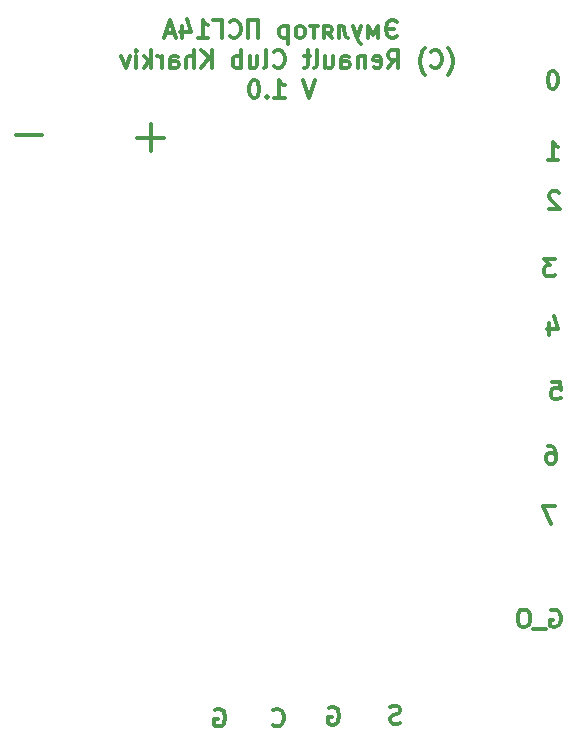
<source format=gbo>
G04 #@! TF.GenerationSoftware,KiCad,Pcbnew,(5.0.0)*
G04 #@! TF.CreationDate,2018-10-17T22:36:33+03:00*
G04 #@! TF.ProjectId,psg14_emu,70736731345F656D752E6B696361645F,rev?*
G04 #@! TF.SameCoordinates,Original*
G04 #@! TF.FileFunction,Legend,Bot*
G04 #@! TF.FilePolarity,Positive*
%FSLAX46Y46*%
G04 Gerber Fmt 4.6, Leading zero omitted, Abs format (unit mm)*
G04 Created by KiCad (PCBNEW (5.0.0)) date 10/17/18 22:36:33*
%MOMM*%
%LPD*%
G01*
G04 APERTURE LIST*
%ADD10C,0.300000*%
G04 APERTURE END LIST*
D10*
X95328571Y-88657142D02*
X95114285Y-88728571D01*
X94757142Y-88728571D01*
X94614285Y-88657142D01*
X94542857Y-88585714D01*
X94471428Y-88442857D01*
X94471428Y-88300000D01*
X94542857Y-88157142D01*
X94614285Y-88085714D01*
X94757142Y-88014285D01*
X95042857Y-87942857D01*
X95185714Y-87871428D01*
X95257142Y-87800000D01*
X95328571Y-87657142D01*
X95328571Y-87514285D01*
X95257142Y-87371428D01*
X95185714Y-87300000D01*
X95042857Y-87228571D01*
X94685714Y-87228571D01*
X94471428Y-87300000D01*
X84535714Y-88835714D02*
X84607142Y-88907142D01*
X84821428Y-88978571D01*
X84964285Y-88978571D01*
X85178571Y-88907142D01*
X85321428Y-88764285D01*
X85392857Y-88621428D01*
X85464285Y-88335714D01*
X85464285Y-88121428D01*
X85392857Y-87835714D01*
X85321428Y-87692857D01*
X85178571Y-87550000D01*
X84964285Y-87478571D01*
X84821428Y-87478571D01*
X84607142Y-87550000D01*
X84535714Y-87621428D01*
X89307142Y-87400000D02*
X89450000Y-87328571D01*
X89664285Y-87328571D01*
X89878571Y-87400000D01*
X90021428Y-87542857D01*
X90092857Y-87685714D01*
X90164285Y-87971428D01*
X90164285Y-88185714D01*
X90092857Y-88471428D01*
X90021428Y-88614285D01*
X89878571Y-88757142D01*
X89664285Y-88828571D01*
X89521428Y-88828571D01*
X89307142Y-88757142D01*
X89235714Y-88685714D01*
X89235714Y-88185714D01*
X89521428Y-88185714D01*
X79657142Y-87550000D02*
X79800000Y-87478571D01*
X80014285Y-87478571D01*
X80228571Y-87550000D01*
X80371428Y-87692857D01*
X80442857Y-87835714D01*
X80514285Y-88121428D01*
X80514285Y-88335714D01*
X80442857Y-88621428D01*
X80371428Y-88764285D01*
X80228571Y-88907142D01*
X80014285Y-88978571D01*
X79871428Y-88978571D01*
X79657142Y-88907142D01*
X79585714Y-88835714D01*
X79585714Y-88335714D01*
X79871428Y-88335714D01*
X108064285Y-79150000D02*
X108207142Y-79078571D01*
X108421428Y-79078571D01*
X108635714Y-79150000D01*
X108778571Y-79292857D01*
X108850000Y-79435714D01*
X108921428Y-79721428D01*
X108921428Y-79935714D01*
X108850000Y-80221428D01*
X108778571Y-80364285D01*
X108635714Y-80507142D01*
X108421428Y-80578571D01*
X108278571Y-80578571D01*
X108064285Y-80507142D01*
X107992857Y-80435714D01*
X107992857Y-79935714D01*
X108278571Y-79935714D01*
X107707142Y-80721428D02*
X106564285Y-80721428D01*
X105921428Y-79078571D02*
X105635714Y-79078571D01*
X105492857Y-79150000D01*
X105350000Y-79292857D01*
X105278571Y-79578571D01*
X105278571Y-80078571D01*
X105350000Y-80364285D01*
X105492857Y-80507142D01*
X105635714Y-80578571D01*
X105921428Y-80578571D01*
X106064285Y-80507142D01*
X106207142Y-80364285D01*
X106278571Y-80078571D01*
X106278571Y-79578571D01*
X106207142Y-79292857D01*
X106064285Y-79150000D01*
X105921428Y-79078571D01*
X108450000Y-70328571D02*
X107450000Y-70328571D01*
X108092857Y-71828571D01*
X107814285Y-65228571D02*
X108100000Y-65228571D01*
X108242857Y-65300000D01*
X108314285Y-65371428D01*
X108457142Y-65585714D01*
X108528571Y-65871428D01*
X108528571Y-66442857D01*
X108457142Y-66585714D01*
X108385714Y-66657142D01*
X108242857Y-66728571D01*
X107957142Y-66728571D01*
X107814285Y-66657142D01*
X107742857Y-66585714D01*
X107671428Y-66442857D01*
X107671428Y-66085714D01*
X107742857Y-65942857D01*
X107814285Y-65871428D01*
X107957142Y-65800000D01*
X108242857Y-65800000D01*
X108385714Y-65871428D01*
X108457142Y-65942857D01*
X108528571Y-66085714D01*
X108142857Y-59778571D02*
X108857142Y-59778571D01*
X108928571Y-60492857D01*
X108857142Y-60421428D01*
X108714285Y-60350000D01*
X108357142Y-60350000D01*
X108214285Y-60421428D01*
X108142857Y-60492857D01*
X108071428Y-60635714D01*
X108071428Y-60992857D01*
X108142857Y-61135714D01*
X108214285Y-61207142D01*
X108357142Y-61278571D01*
X108714285Y-61278571D01*
X108857142Y-61207142D01*
X108928571Y-61135714D01*
X107964285Y-54828571D02*
X107964285Y-55828571D01*
X108321428Y-54257142D02*
X108678571Y-55328571D01*
X107750000Y-55328571D01*
X108450000Y-49378571D02*
X107521428Y-49378571D01*
X108021428Y-49950000D01*
X107807142Y-49950000D01*
X107664285Y-50021428D01*
X107592857Y-50092857D01*
X107521428Y-50235714D01*
X107521428Y-50592857D01*
X107592857Y-50735714D01*
X107664285Y-50807142D01*
X107807142Y-50878571D01*
X108235714Y-50878571D01*
X108378571Y-50807142D01*
X108450000Y-50735714D01*
X108778571Y-43821428D02*
X108707142Y-43750000D01*
X108564285Y-43678571D01*
X108207142Y-43678571D01*
X108064285Y-43750000D01*
X107992857Y-43821428D01*
X107921428Y-43964285D01*
X107921428Y-44107142D01*
X107992857Y-44321428D01*
X108850000Y-45178571D01*
X107921428Y-45178571D01*
X107821428Y-40978571D02*
X108678571Y-40978571D01*
X108250000Y-40978571D02*
X108250000Y-39478571D01*
X108392857Y-39692857D01*
X108535714Y-39835714D01*
X108678571Y-39907142D01*
X108321428Y-33478571D02*
X108178571Y-33478571D01*
X108035714Y-33550000D01*
X107964285Y-33621428D01*
X107892857Y-33764285D01*
X107821428Y-34050000D01*
X107821428Y-34407142D01*
X107892857Y-34692857D01*
X107964285Y-34835714D01*
X108035714Y-34907142D01*
X108178571Y-34978571D01*
X108321428Y-34978571D01*
X108464285Y-34907142D01*
X108535714Y-34835714D01*
X108607142Y-34692857D01*
X108678571Y-34407142D01*
X108678571Y-34050000D01*
X108607142Y-33764285D01*
X108535714Y-33621428D01*
X108464285Y-33550000D01*
X108321428Y-33478571D01*
X75342857Y-39114285D02*
X73057142Y-39114285D01*
X74200000Y-40257142D02*
X74200000Y-37971428D01*
X65042857Y-38864285D02*
X62757142Y-38864285D01*
X94107142Y-29964285D02*
X94821428Y-29964285D01*
X95035714Y-29321428D02*
X94964285Y-29250000D01*
X94750000Y-29178571D01*
X94607142Y-29178571D01*
X94392857Y-29250000D01*
X94250000Y-29392857D01*
X94178571Y-29535714D01*
X94107142Y-29821428D01*
X94107142Y-30035714D01*
X94178571Y-30321428D01*
X94250000Y-30464285D01*
X94392857Y-30607142D01*
X94607142Y-30678571D01*
X94750000Y-30678571D01*
X94964285Y-30607142D01*
X95035714Y-30535714D01*
X93464285Y-30678571D02*
X93464285Y-29678571D01*
X93035714Y-30464285D01*
X92607142Y-29678571D01*
X92607142Y-30678571D01*
X92035714Y-29678571D02*
X91678571Y-30678571D01*
X91321428Y-29678571D02*
X91678571Y-30678571D01*
X91821428Y-31035714D01*
X91892857Y-31107142D01*
X92035714Y-31178571D01*
X90178571Y-30678571D02*
X90178571Y-29678571D01*
X90392857Y-29678571D01*
X90535714Y-29750000D01*
X90607142Y-29892857D01*
X90678571Y-30464285D01*
X90750000Y-30607142D01*
X90892857Y-30678571D01*
X89178571Y-30250000D02*
X89535714Y-30678571D01*
X88892857Y-30678571D02*
X88892857Y-29678571D01*
X89321428Y-29678571D01*
X89464285Y-29750000D01*
X89535714Y-29892857D01*
X89535714Y-30035714D01*
X89464285Y-30178571D01*
X89321428Y-30250000D01*
X88892857Y-30250000D01*
X88392857Y-29678571D02*
X87678571Y-29678571D01*
X88035714Y-29678571D02*
X88035714Y-30678571D01*
X86964285Y-30678571D02*
X87107142Y-30607142D01*
X87178571Y-30535714D01*
X87250000Y-30392857D01*
X87250000Y-29964285D01*
X87178571Y-29821428D01*
X87107142Y-29750000D01*
X86964285Y-29678571D01*
X86750000Y-29678571D01*
X86607142Y-29750000D01*
X86535714Y-29821428D01*
X86464285Y-29964285D01*
X86464285Y-30392857D01*
X86535714Y-30535714D01*
X86607142Y-30607142D01*
X86750000Y-30678571D01*
X86964285Y-30678571D01*
X85821428Y-29678571D02*
X85821428Y-31178571D01*
X85821428Y-29750000D02*
X85678571Y-29678571D01*
X85392857Y-29678571D01*
X85250000Y-29750000D01*
X85178571Y-29821428D01*
X85107142Y-29964285D01*
X85107142Y-30392857D01*
X85178571Y-30535714D01*
X85250000Y-30607142D01*
X85392857Y-30678571D01*
X85678571Y-30678571D01*
X85821428Y-30607142D01*
X83321428Y-30678571D02*
X83321428Y-29178571D01*
X82464285Y-29178571D01*
X82464285Y-30678571D01*
X80892857Y-30535714D02*
X80964285Y-30607142D01*
X81178571Y-30678571D01*
X81321428Y-30678571D01*
X81535714Y-30607142D01*
X81678571Y-30464285D01*
X81750000Y-30321428D01*
X81821428Y-30035714D01*
X81821428Y-29821428D01*
X81750000Y-29535714D01*
X81678571Y-29392857D01*
X81535714Y-29250000D01*
X81321428Y-29178571D01*
X81178571Y-29178571D01*
X80964285Y-29250000D01*
X80892857Y-29321428D01*
X80250000Y-30678571D02*
X80250000Y-29178571D01*
X79464285Y-29178571D01*
X78178571Y-30678571D02*
X79035714Y-30678571D01*
X78607142Y-30678571D02*
X78607142Y-29178571D01*
X78750000Y-29392857D01*
X78892857Y-29535714D01*
X79035714Y-29607142D01*
X76892857Y-29678571D02*
X76892857Y-30678571D01*
X77250000Y-29107142D02*
X77607142Y-30178571D01*
X76678571Y-30178571D01*
X76178571Y-30250000D02*
X75464285Y-30250000D01*
X76321428Y-30678571D02*
X75821428Y-29178571D01*
X75321428Y-30678571D01*
X99357142Y-33800000D02*
X99428571Y-33728571D01*
X99571428Y-33514285D01*
X99642857Y-33371428D01*
X99714285Y-33157142D01*
X99785714Y-32800000D01*
X99785714Y-32514285D01*
X99714285Y-32157142D01*
X99642857Y-31942857D01*
X99571428Y-31800000D01*
X99428571Y-31585714D01*
X99357142Y-31514285D01*
X97928571Y-33085714D02*
X98000000Y-33157142D01*
X98214285Y-33228571D01*
X98357142Y-33228571D01*
X98571428Y-33157142D01*
X98714285Y-33014285D01*
X98785714Y-32871428D01*
X98857142Y-32585714D01*
X98857142Y-32371428D01*
X98785714Y-32085714D01*
X98714285Y-31942857D01*
X98571428Y-31800000D01*
X98357142Y-31728571D01*
X98214285Y-31728571D01*
X98000000Y-31800000D01*
X97928571Y-31871428D01*
X97428571Y-33800000D02*
X97357142Y-33728571D01*
X97214285Y-33514285D01*
X97142857Y-33371428D01*
X97071428Y-33157142D01*
X97000000Y-32800000D01*
X97000000Y-32514285D01*
X97071428Y-32157142D01*
X97142857Y-31942857D01*
X97214285Y-31800000D01*
X97357142Y-31585714D01*
X97428571Y-31514285D01*
X94285714Y-33228571D02*
X94785714Y-32514285D01*
X95142857Y-33228571D02*
X95142857Y-31728571D01*
X94571428Y-31728571D01*
X94428571Y-31800000D01*
X94357142Y-31871428D01*
X94285714Y-32014285D01*
X94285714Y-32228571D01*
X94357142Y-32371428D01*
X94428571Y-32442857D01*
X94571428Y-32514285D01*
X95142857Y-32514285D01*
X93071428Y-33157142D02*
X93214285Y-33228571D01*
X93500000Y-33228571D01*
X93642857Y-33157142D01*
X93714285Y-33014285D01*
X93714285Y-32442857D01*
X93642857Y-32300000D01*
X93500000Y-32228571D01*
X93214285Y-32228571D01*
X93071428Y-32300000D01*
X93000000Y-32442857D01*
X93000000Y-32585714D01*
X93714285Y-32728571D01*
X92357142Y-32228571D02*
X92357142Y-33228571D01*
X92357142Y-32371428D02*
X92285714Y-32300000D01*
X92142857Y-32228571D01*
X91928571Y-32228571D01*
X91785714Y-32300000D01*
X91714285Y-32442857D01*
X91714285Y-33228571D01*
X90357142Y-33228571D02*
X90357142Y-32442857D01*
X90428571Y-32300000D01*
X90571428Y-32228571D01*
X90857142Y-32228571D01*
X91000000Y-32300000D01*
X90357142Y-33157142D02*
X90500000Y-33228571D01*
X90857142Y-33228571D01*
X91000000Y-33157142D01*
X91071428Y-33014285D01*
X91071428Y-32871428D01*
X91000000Y-32728571D01*
X90857142Y-32657142D01*
X90500000Y-32657142D01*
X90357142Y-32585714D01*
X89000000Y-32228571D02*
X89000000Y-33228571D01*
X89642857Y-32228571D02*
X89642857Y-33014285D01*
X89571428Y-33157142D01*
X89428571Y-33228571D01*
X89214285Y-33228571D01*
X89071428Y-33157142D01*
X89000000Y-33085714D01*
X88071428Y-33228571D02*
X88214285Y-33157142D01*
X88285714Y-33014285D01*
X88285714Y-31728571D01*
X87714285Y-32228571D02*
X87142857Y-32228571D01*
X87499999Y-31728571D02*
X87499999Y-33014285D01*
X87428571Y-33157142D01*
X87285714Y-33228571D01*
X87142857Y-33228571D01*
X84642857Y-33085714D02*
X84714285Y-33157142D01*
X84928571Y-33228571D01*
X85071428Y-33228571D01*
X85285714Y-33157142D01*
X85428571Y-33014285D01*
X85499999Y-32871428D01*
X85571428Y-32585714D01*
X85571428Y-32371428D01*
X85499999Y-32085714D01*
X85428571Y-31942857D01*
X85285714Y-31800000D01*
X85071428Y-31728571D01*
X84928571Y-31728571D01*
X84714285Y-31800000D01*
X84642857Y-31871428D01*
X83785714Y-33228571D02*
X83928571Y-33157142D01*
X83999999Y-33014285D01*
X83999999Y-31728571D01*
X82571428Y-32228571D02*
X82571428Y-33228571D01*
X83214285Y-32228571D02*
X83214285Y-33014285D01*
X83142857Y-33157142D01*
X82999999Y-33228571D01*
X82785714Y-33228571D01*
X82642857Y-33157142D01*
X82571428Y-33085714D01*
X81857142Y-33228571D02*
X81857142Y-31728571D01*
X81857142Y-32300000D02*
X81714285Y-32228571D01*
X81428571Y-32228571D01*
X81285714Y-32300000D01*
X81214285Y-32371428D01*
X81142857Y-32514285D01*
X81142857Y-32942857D01*
X81214285Y-33085714D01*
X81285714Y-33157142D01*
X81428571Y-33228571D01*
X81714285Y-33228571D01*
X81857142Y-33157142D01*
X79357142Y-33228571D02*
X79357142Y-31728571D01*
X78499999Y-33228571D02*
X79142857Y-32371428D01*
X78499999Y-31728571D02*
X79357142Y-32585714D01*
X77857142Y-33228571D02*
X77857142Y-31728571D01*
X77214285Y-33228571D02*
X77214285Y-32442857D01*
X77285714Y-32300000D01*
X77428571Y-32228571D01*
X77642857Y-32228571D01*
X77785714Y-32300000D01*
X77857142Y-32371428D01*
X75857142Y-33228571D02*
X75857142Y-32442857D01*
X75928571Y-32300000D01*
X76071428Y-32228571D01*
X76357142Y-32228571D01*
X76499999Y-32300000D01*
X75857142Y-33157142D02*
X75999999Y-33228571D01*
X76357142Y-33228571D01*
X76499999Y-33157142D01*
X76571428Y-33014285D01*
X76571428Y-32871428D01*
X76499999Y-32728571D01*
X76357142Y-32657142D01*
X75999999Y-32657142D01*
X75857142Y-32585714D01*
X75142857Y-33228571D02*
X75142857Y-32228571D01*
X75142857Y-32514285D02*
X75071428Y-32371428D01*
X74999999Y-32300000D01*
X74857142Y-32228571D01*
X74714285Y-32228571D01*
X74214285Y-33228571D02*
X74214285Y-31728571D01*
X74071428Y-32657142D02*
X73642857Y-33228571D01*
X73642857Y-32228571D02*
X74214285Y-32800000D01*
X72999999Y-33228571D02*
X72999999Y-32228571D01*
X72999999Y-31728571D02*
X73071428Y-31800000D01*
X72999999Y-31871428D01*
X72928571Y-31800000D01*
X72999999Y-31728571D01*
X72999999Y-31871428D01*
X72428571Y-32228571D02*
X72071428Y-33228571D01*
X71714285Y-32228571D01*
X88107142Y-34278571D02*
X87607142Y-35778571D01*
X87107142Y-34278571D01*
X84678571Y-35778571D02*
X85535714Y-35778571D01*
X85107142Y-35778571D02*
X85107142Y-34278571D01*
X85250000Y-34492857D01*
X85392857Y-34635714D01*
X85535714Y-34707142D01*
X84035714Y-35635714D02*
X83964285Y-35707142D01*
X84035714Y-35778571D01*
X84107142Y-35707142D01*
X84035714Y-35635714D01*
X84035714Y-35778571D01*
X83035714Y-34278571D02*
X82892857Y-34278571D01*
X82750000Y-34350000D01*
X82678571Y-34421428D01*
X82607142Y-34564285D01*
X82535714Y-34850000D01*
X82535714Y-35207142D01*
X82607142Y-35492857D01*
X82678571Y-35635714D01*
X82750000Y-35707142D01*
X82892857Y-35778571D01*
X83035714Y-35778571D01*
X83178571Y-35707142D01*
X83250000Y-35635714D01*
X83321428Y-35492857D01*
X83392857Y-35207142D01*
X83392857Y-34850000D01*
X83321428Y-34564285D01*
X83250000Y-34421428D01*
X83178571Y-34350000D01*
X83035714Y-34278571D01*
M02*

</source>
